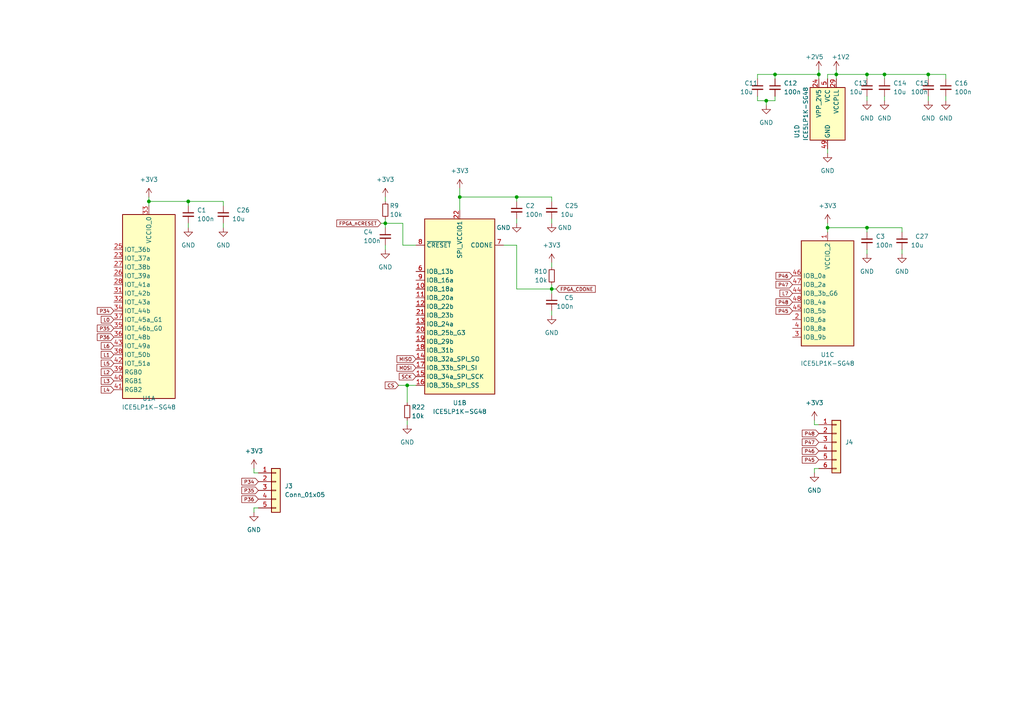
<source format=kicad_sch>
(kicad_sch (version 20211123) (generator eeschema)
  (paper "A4")
  (lib_symbols
    (symbol "Connector_Generic:Conn_01x05" (pin_names (offset 1.016) hide)
      (property "Reference" "J" (at 0 7.62 0))
      (property "Value" "Conn_01x05" (at 0 -7.62 0))
      (symbol "Conn_01x05_1_1"
        (rectangle (start -1.27 -4.953) (end 0 -5.207) (stroke (width 0.1524)))
        (rectangle (start -1.27 -2.413) (end 0 -2.667) (stroke (width 0.1524)))
        (rectangle (start -1.27 0.127) (end 0 -0.127) (stroke (width 0.1524)))
        (rectangle (start -1.27 2.667) (end 0 2.413) (stroke (width 0.1524)))
        (rectangle (start -1.27 5.207) (end 0 4.953) (stroke (width 0.1524)))
        (rectangle (start -1.27 6.35) (end 1.27 -6.35) (stroke (width 0.254)) (fill (type background)))
        (pin passive line (at -5.08 5.08 0) (length 3.81) (name "Pin_1") (number "1"))
        (pin passive line (at -5.08 2.54 0) (length 3.81) (name "Pin_2") (number "2"))
        (pin passive line (at -5.08 0 0) (length 3.81) (name "Pin_3") (number "3"))
        (pin passive line (at -5.08 -2.54 0) (length 3.81) (name "Pin_4") (number "4"))
        (pin passive line (at -5.08 -5.08 0) (length 3.81) (name "Pin_5") (number "5"))
      )
    )
    (symbol "Connector_Generic:Conn_01x06" (pin_names (offset 1.016) hide)
      (property "Reference" "J" (at 0 7.62 0))
      (property "Value" "Conn_01x06" (at 0 -10.16 0))
      (symbol "Conn_01x06_1_1"
        (rectangle (start -1.27 -7.493) (end 0 -7.747) (stroke (width 0.1524)))
        (rectangle (start -1.27 -4.953) (end 0 -5.207) (stroke (width 0.1524)))
        (rectangle (start -1.27 -2.413) (end 0 -2.667) (stroke (width 0.1524)))
        (rectangle (start -1.27 0.127) (end 0 -0.127) (stroke (width 0.1524)))
        (rectangle (start -1.27 2.667) (end 0 2.413) (stroke (width 0.1524)))
        (rectangle (start -1.27 5.207) (end 0 4.953) (stroke (width 0.1524)))
        (rectangle (start -1.27 6.35) (end 1.27 -8.89) (stroke (width 0.254)) (fill (type background)))
        (pin passive line (at -5.08 5.08 0) (length 3.81) (name "Pin_1") (number "1"))
        (pin passive line (at -5.08 2.54 0) (length 3.81) (name "Pin_2") (number "2"))
        (pin passive line (at -5.08 0 0) (length 3.81) (name "Pin_3") (number "3"))
        (pin passive line (at -5.08 -2.54 0) (length 3.81) (name "Pin_4") (number "4"))
        (pin passive line (at -5.08 -5.08 0) (length 3.81) (name "Pin_5") (number "5"))
        (pin passive line (at -5.08 -7.62 0) (length 3.81) (name "Pin_6") (number "6"))
      )
    )
    (symbol "Device:C_Small" (pin_numbers hide) (pin_names (offset 0.254) hide)
      (property "Reference" "C" (at 0.254 1.778 0))
      (property "Value" "C_Small" (at 0.254 -2.032 0))
      (symbol "C_Small_0_1"
        (polyline (pts (xy -1.524 -0.508) (xy 1.524 -0.508)) (stroke (width 0.3302)))
        (polyline (pts (xy -1.524 0.508) (xy 1.524 0.508)) (stroke (width 0.3048)))
      )
      (symbol "C_Small_1_1"
        (pin passive line (at 0 2.54 270) (length 2.032) (name "~") (number "1"))
        (pin passive line (at 0 -2.54 90) (length 2.032) (name "~") (number "2"))
      )
    )
    (symbol "Device:R_Small" (pin_numbers hide) (pin_names (offset 0.254) hide)
      (property "Reference" "R" (at 0.762 0.508 0))
      (property "Value" "R_Small" (at 0.762 -1.016 0))
      (symbol "R_Small_0_1"
        (rectangle (start -0.762 1.778) (end 0.762 -1.778) (stroke (width 0.2032)))
      )
      (symbol "R_Small_1_1"
        (pin passive line (at 0 2.54 270) (length 0.762) (name "~") (number "1"))
        (pin passive line (at 0 -2.54 90) (length 0.762) (name "~") (number "2"))
      )
    )
    (symbol "FPGA_Lattice:ICE5LP1K-SG48"
      (property "Reference" "U" (at -8.89 -29.21 0))
      (property "Value" "ICE5LP1K-SG48" (at 0 -31.75 0))
      (symbol "ICE5LP1K-SG48_1_1"
        (rectangle (start -7.62 25.4) (end 7.62 -27.94) (stroke (width 0.254)) (fill (type background)))
        (pin bidirectional line (at -10.16 12.7 0) (length 2.54) (name "IOT_37a") (number "23"))
        (pin bidirectional line (at -10.16 15.24 0) (length 2.54) (name "IOT_36b") (number "25"))
        (pin bidirectional line (at -10.16 7.62 0) (length 2.54) (name "IOT_39a") (number "26"))
        (pin bidirectional line (at -10.16 10.16 0) (length 2.54) (name "IOT_38b") (number "27"))
        (pin bidirectional line (at -10.16 5.08 0) (length 2.54) (name "IOT_41a") (number "28"))
        (pin bidirectional line (at -10.16 2.54 0) (length 2.54) (name "IOT_42b") (number "31"))
        (pin bidirectional line (at -10.16 0 0) (length 2.54) (name "IOT_43a") (number "32"))
        (pin power_in line (at 0 27.94 270) (length 2.54) (name "VCCIO_0") (number "33"))
        (pin bidirectional line (at -10.16 -2.54 0) (length 2.54) (name "IOT_44b") (number "34"))
        (pin bidirectional line (at -10.16 -7.62 0) (length 2.54) (name "IOT_46b_G0") (number "35"))
        (pin bidirectional line (at -10.16 -10.16 0) (length 2.54) (name "IOT_48b") (number "36"))
        (pin bidirectional line (at -10.16 -5.08 0) (length 2.54) (name "IOT_45a_G1") (number "37"))
        (pin bidirectional line (at -10.16 -15.24 0) (length 2.54) (name "IOT_50b") (number "38"))
        (pin open_collector line (at -10.16 -20.32 0) (length 2.54) (name "RGB0") (number "39"))
        (pin open_collector line (at -10.16 -22.86 0) (length 2.54) (name "RGB1") (number "40"))
        (pin open_collector line (at -10.16 -25.4 0) (length 2.54) (name "RGB2") (number "41"))
        (pin bidirectional line (at -10.16 -17.78 0) (length 2.54) (name "IOT_51a") (number "42"))
        (pin bidirectional line (at -10.16 -12.7 0) (length 2.54) (name "IOT_49a") (number "43"))
      )
      (symbol "ICE5LP1K-SG48_2_1"
        (rectangle (start -10.16 25.4) (end 10.16 -25.4) (stroke (width 0.254)) (fill (type background)))
        (pin bidirectional line (at -12.7 5.08 0) (length 2.54) (name "IOB_18a") (number "10"))
        (pin bidirectional line (at -12.7 2.54 0) (length 2.54) (name "IOB_20a") (number "11"))
        (pin bidirectional line (at -12.7 0 0) (length 2.54) (name "IOB_22b") (number "12"))
        (pin bidirectional line (at -12.7 -5.08 0) (length 2.54) (name "IOB_24a") (number "13"))
        (pin bidirectional line (at -12.7 -15.24 0) (length 2.54) (name "IOB_32a_SPI_SO") (number "14"))
        (pin bidirectional line (at -12.7 -20.32 0) (length 2.54) (name "IOB_34a_SPI_SCK") (number "15"))
        (pin bidirectional line (at -12.7 -22.86 0) (length 2.54) (name "IOB_35b_SPI_SS") (number "16"))
        (pin bidirectional line (at -12.7 -17.78 0) (length 2.54) (name "IOB_33b_SPI_SI") (number "17"))
        (pin bidirectional line (at -12.7 -12.7 0) (length 2.54) (name "IOB_31b") (number "18"))
        (pin bidirectional line (at -12.7 -10.16 0) (length 2.54) (name "IOB_29b") (number "19"))
        (pin bidirectional line (at -12.7 -7.62 0) (length 2.54) (name "IOB_25b_G3") (number "20"))
        (pin bidirectional line (at -12.7 -2.54 0) (length 2.54) (name "IOB_23b") (number "21"))
        (pin power_in line (at 0 27.94 270) (length 2.54) (name "SPI_VCCIO1") (number "22"))
        (pin bidirectional line (at -12.7 10.16 0) (length 2.54) (name "IOB_13b") (number "6"))
        (pin open_collector line (at 12.7 17.78 180) (length 2.54) (name "CDONE") (number "7"))
        (pin input line (at -12.7 17.78 0) (length 2.54) (name "~{CRESET}") (number "8"))
        (pin bidirectional line (at -12.7 7.62 0) (length 2.54) (name "IOB_16a") (number "9"))
      )
      (symbol "ICE5LP1K-SG48_3_1"
        (rectangle (start -7.62 15.24) (end 7.62 -15.24) (stroke (width 0.254)) (fill (type background)))
        (pin power_in line (at 0 17.78 270) (length 2.54) (name "VCCIO_2") (number "1"))
        (pin bidirectional line (at -10.16 -7.62 0) (length 2.54) (name "IOB_6a") (number "2"))
        (pin bidirectional line (at -10.16 -12.7 0) (length 2.54) (name "IOB_9b") (number "3"))
        (pin bidirectional line (at -10.16 -10.16 0) (length 2.54) (name "IOB_8a") (number "4"))
        (pin bidirectional line (at -10.16 0 0) (length 2.54) (name "IOB_3b_G6") (number "44"))
        (pin bidirectional line (at -10.16 -5.08 0) (length 2.54) (name "IOB_5b") (number "45"))
        (pin bidirectional line (at -10.16 5.08 0) (length 2.54) (name "IOB_0a") (number "46"))
        (pin bidirectional line (at -10.16 2.54 0) (length 2.54) (name "IOB_2a") (number "47"))
        (pin bidirectional line (at -10.16 -2.54 0) (length 2.54) (name "IOB_4a") (number "48"))
      )
      (symbol "ICE5LP1K-SG48_4_1"
        (rectangle (start -5.08 7.62) (end 5.08 -7.62) (stroke (width 0.254)) (fill (type background)))
        (pin power_in line (at -2.54 10.16 270) (length 2.54) (name "VPP_2V5") (number "24"))
        (pin power_out line (at 2.54 10.16 270) (length 2.54) (name "VCCPLL") (number "29"))
        (pin passive line (at 0 10.16 270) (length 2.54) hide (name "VCC") (number "30"))
        (pin power_in line (at 0 -10.16 90) (length 2.54) (name "GND") (number "49"))
        (pin power_in line (at 0 10.16 270) (length 2.54) (name "VCC") (number "5"))
      )
    )
    (symbol "power:+1V2" (power) (pin_names (offset 0))
      (property "Value" "+1V2" (at 0 3.556 0))
      (symbol "+1V2_0_1"
        (polyline (pts (xy -0.762 1.27) (xy 0 2.54)))
        (polyline (pts (xy 0 0) (xy 0 2.54)))
        (polyline (pts (xy 0 2.54) (xy 0.762 1.27)))
      )
      (symbol "+1V2_1_1"
        (pin power_in line (at 0 0 90) (length 0) hide (name "+1V2") (number "1"))
      )
    )
    (symbol "power:+2V5" (power) (pin_names (offset 0))
      (property "Value" "+2V5" (at 0 3.556 0))
      (symbol "+2V5_0_1"
        (polyline (pts (xy -0.762 1.27) (xy 0 2.54)))
        (polyline (pts (xy 0 0) (xy 0 2.54)))
        (polyline (pts (xy 0 2.54) (xy 0.762 1.27)))
      )
      (symbol "+2V5_1_1"
        (pin power_in line (at 0 0 90) (length 0) hide (name "+2V5") (number "1"))
      )
    )
    (symbol "power:+3.3V" (power) (pin_names (offset 0))
      (property "Value" "+3.3V" (at 0 3.556 0))
      (symbol "+3.3V_0_1"
        (polyline (pts (xy -0.762 1.27) (xy 0 2.54)))
        (polyline (pts (xy 0 0) (xy 0 2.54)))
        (polyline (pts (xy 0 2.54) (xy 0.762 1.27)))
      )
      (symbol "+3.3V_1_1"
        (pin power_in line (at 0 0 90) (length 0) hide (name "+3V3") (number "1"))
      )
    )
    (symbol "power:GND" (power) (pin_names (offset 0))
      (property "Value" "GND" (at 0 -3.81 0))
      (symbol "GND_0_1"
        (polyline (pts (xy 0 0) (xy 0 -1.27) (xy 1.27 -1.27) (xy 0 -2.54) (xy -1.27 -1.27) (xy 0 -1.27)))
      )
      (symbol "GND_1_1"
        (pin power_in line (at 0 0 270) (length 0) hide (name "GND") (number "1"))
      )
    )
  )
  (junction (at 160.02 83.82))
  (junction (at 118.11 111.76))
  (junction (at 237.49 21.59))
  (junction (at 222.25 29.21))
  (junction (at 251.46 66.04))
  (junction (at 224.79 21.59))
  (junction (at 240.03 66.04))
  (junction (at 251.46 21.59))
  (junction (at 149.86 57.15))
  (junction (at 54.61 58.42))
  (junction (at 256.54 21.59))
  (junction (at 43.18 58.42))
  (junction (at 269.24 21.59))
  (junction (at 133.35 57.15))
  (junction (at 242.57 21.59))
  (junction (at 111.76 64.77))
  (wire (pts (xy 251.46 21.59) (xy 242.57 21.59)))
  (wire (pts (xy 149.86 57.15) (xy 149.86 58.42)))
  (wire (pts (xy 160.02 63.5) (xy 160.02 64.77)))
  (wire (pts (xy 237.49 21.59) (xy 237.49 22.86)))
  (wire (pts (xy 133.35 54.61) (xy 133.35 57.15)))
  (wire (pts (xy 236.22 121.92) (xy 236.22 123.19)))
  (wire (pts (xy 236.22 135.89) (xy 237.49 135.89)))
  (wire (pts (xy 73.66 147.32) (xy 73.66 148.59)))
  (wire (pts (xy 256.54 22.86) (xy 256.54 21.59)))
  (wire (pts (xy 222.25 29.21) (xy 222.25 30.48)))
  (wire (pts (xy 251.46 27.94) (xy 251.46 29.21)))
  (wire (pts (xy 110.49 64.77) (xy 111.76 64.77)))
  (wire (pts (xy 111.76 57.15) (xy 111.76 58.42)))
  (wire (pts (xy 274.32 21.59) (xy 269.24 21.59)))
  (wire (pts (xy 160.02 85.09) (xy 160.02 83.82)))
  (wire (pts (xy 54.61 64.77) (xy 54.61 66.04)))
  (wire (pts (xy 111.76 71.12) (xy 111.76 72.39)))
  (wire (pts (xy 64.77 58.42) (xy 54.61 58.42)))
  (wire (pts (xy 219.71 27.94) (xy 219.71 29.21)))
  (wire (pts (xy 54.61 58.42) (xy 54.61 59.69)))
  (wire (pts (xy 224.79 21.59) (xy 237.49 21.59)))
  (wire (pts (xy 242.57 21.59) (xy 242.57 22.86)))
  (wire (pts (xy 115.57 111.76) (xy 118.11 111.76)))
  (wire (pts (xy 133.35 57.15) (xy 149.86 57.15)))
  (wire (pts (xy 116.84 71.12) (xy 120.65 71.12)))
  (wire (pts (xy 118.11 111.76) (xy 120.65 111.76)))
  (wire (pts (xy 256.54 27.94) (xy 256.54 29.21)))
  (wire (pts (xy 269.24 22.86) (xy 269.24 21.59)))
  (wire (pts (xy 240.03 22.86) (xy 240.03 21.59)))
  (wire (pts (xy 274.32 22.86) (xy 274.32 21.59)))
  (wire (pts (xy 73.66 135.89) (xy 73.66 137.16)))
  (wire (pts (xy 236.22 137.16) (xy 236.22 135.89)))
  (wire (pts (xy 149.86 83.82) (xy 160.02 83.82)))
  (wire (pts (xy 224.79 27.94) (xy 224.79 29.21)))
  (wire (pts (xy 146.05 71.12) (xy 149.86 71.12)))
  (wire (pts (xy 251.46 66.04) (xy 251.46 67.31)))
  (wire (pts (xy 237.49 20.32) (xy 237.49 21.59)))
  (wire (pts (xy 240.03 66.04) (xy 251.46 66.04)))
  (wire (pts (xy 160.02 90.17) (xy 160.02 91.44)))
  (wire (pts (xy 149.86 71.12) (xy 149.86 83.82)))
  (wire (pts (xy 111.76 63.5) (xy 111.76 64.77)))
  (wire (pts (xy 240.03 64.77) (xy 240.03 66.04)))
  (wire (pts (xy 219.71 22.86) (xy 219.71 21.59)))
  (wire (pts (xy 261.62 66.04) (xy 251.46 66.04)))
  (wire (pts (xy 73.66 137.16) (xy 74.93 137.16)))
  (wire (pts (xy 219.71 29.21) (xy 222.25 29.21)))
  (wire (pts (xy 251.46 21.59) (xy 256.54 21.59)))
  (wire (pts (xy 74.93 147.32) (xy 73.66 147.32)))
  (wire (pts (xy 160.02 57.15) (xy 149.86 57.15)))
  (wire (pts (xy 118.11 121.92) (xy 118.11 123.19)))
  (wire (pts (xy 161.29 83.82) (xy 160.02 83.82)))
  (wire (pts (xy 116.84 64.77) (xy 116.84 71.12)))
  (wire (pts (xy 261.62 72.39) (xy 261.62 73.66)))
  (wire (pts (xy 269.24 27.94) (xy 269.24 29.21)))
  (wire (pts (xy 224.79 22.86) (xy 224.79 21.59)))
  (wire (pts (xy 149.86 63.5) (xy 149.86 64.77)))
  (wire (pts (xy 160.02 58.42) (xy 160.02 57.15)))
  (wire (pts (xy 160.02 82.55) (xy 160.02 83.82)))
  (wire (pts (xy 43.18 58.42) (xy 54.61 58.42)))
  (wire (pts (xy 240.03 21.59) (xy 242.57 21.59)))
  (wire (pts (xy 160.02 76.2) (xy 160.02 77.47)))
  (wire (pts (xy 118.11 111.76) (xy 118.11 116.84)))
  (wire (pts (xy 251.46 72.39) (xy 251.46 73.66)))
  (wire (pts (xy 133.35 57.15) (xy 133.35 60.96)))
  (wire (pts (xy 251.46 22.86) (xy 251.46 21.59)))
  (wire (pts (xy 261.62 67.31) (xy 261.62 66.04)))
  (wire (pts (xy 236.22 123.19) (xy 237.49 123.19)))
  (wire (pts (xy 43.18 58.42) (xy 43.18 59.69)))
  (wire (pts (xy 64.77 59.69) (xy 64.77 58.42)))
  (wire (pts (xy 111.76 66.04) (xy 111.76 64.77)))
  (wire (pts (xy 224.79 29.21) (xy 222.25 29.21)))
  (wire (pts (xy 240.03 43.18) (xy 240.03 44.45)))
  (wire (pts (xy 240.03 66.04) (xy 240.03 67.31)))
  (wire (pts (xy 64.77 64.77) (xy 64.77 66.04)))
  (wire (pts (xy 269.24 21.59) (xy 256.54 21.59)))
  (wire (pts (xy 43.18 57.15) (xy 43.18 58.42)))
  (wire (pts (xy 219.71 21.59) (xy 224.79 21.59)))
  (wire (pts (xy 274.32 27.94) (xy 274.32 29.21)))
  (wire (pts (xy 111.76 64.77) (xy 116.84 64.77)))
  (wire (pts (xy 242.57 21.59) (xy 242.57 20.32)))
  (global_label "L4" (shape input) (at 33.02 113.03 180) (effects (font (size 1 1))) (property "Intersheet References" "${INTERSHEET_REFS}" (effects hide)))
  (global_label "FPGA_nCRESET" (shape input) (at 110.49 64.77 180) (effects (font (size 1 1))) (property "Intersheet References" "${INTERSHEET_REFS}" (effects hide)))
  (global_label "P35" (shape input) (at 74.93 142.24 180) (effects (font (size 1 1))) (property "Intersheet References" "${INTERSHEET_REFS}" (effects hide)))
  (global_label "MISO" (shape input) (at 120.65 104.14 180) (effects (font (size 1 1))) (property "Intersheet References" "${INTERSHEET_REFS}" (effects hide)))
  (global_label "P35" (shape input) (at 33.02 95.25 180) (effects (font (size 1 1))) (property "Intersheet References" "${INTERSHEET_REFS}" (effects hide)))
  (global_label "P45" (shape input) (at 237.49 133.35 180) (effects (font (size 1 1))) (property "Intersheet References" "${INTERSHEET_REFS}" (effects hide)))
  (global_label "P34" (shape input) (at 33.02 90.17 180) (effects (font (size 1 1))) (property "Intersheet References" "${INTERSHEET_REFS}" (effects hide)))
  (global_label "P36" (shape input) (at 33.02 97.79 180) (effects (font (size 1 1))) (property "Intersheet References" "${INTERSHEET_REFS}" (effects hide)))
  (global_label "P36" (shape input) (at 74.93 144.78 180) (effects (font (size 1 1))) (property "Intersheet References" "${INTERSHEET_REFS}" (effects hide)))
  (global_label "P46" (shape input) (at 237.49 130.81 180) (effects (font (size 1 1))) (property "Intersheet References" "${INTERSHEET_REFS}" (effects hide)))
  (global_label "P34" (shape input) (at 74.93 139.7 180) (effects (font (size 1 1))) (property "Intersheet References" "${INTERSHEET_REFS}" (effects hide)))
  (global_label "L7" (shape input) (at 229.87 85.09 180) (effects (font (size 1 1))) (property "Intersheet References" "${INTERSHEET_REFS}" (effects hide)))
  (global_label "P45" (shape input) (at 229.87 90.17 180) (effects (font (size 1 1))) (property "Intersheet References" "${INTERSHEET_REFS}" (effects hide)))
  (global_label "L6" (shape input) (at 33.02 100.33 180) (effects (font (size 1 1))) (property "Intersheet References" "${INTERSHEET_REFS}" (effects hide)))
  (global_label "L1" (shape input) (at 33.02 102.87 180) (effects (font (size 1 1))) (property "Intersheet References" "${INTERSHEET_REFS}" (effects hide)))
  (global_label "P48" (shape input) (at 229.87 87.63 180) (effects (font (size 1 1))) (property "Intersheet References" "${INTERSHEET_REFS}" (effects hide)))
  (global_label "L5" (shape input) (at 33.02 105.41 180) (effects (font (size 1 1))) (property "Intersheet References" "${INTERSHEET_REFS}" (effects hide)))
  (global_label "L0" (shape input) (at 33.02 92.71 180) (effects (font (size 1 1))) (property "Intersheet References" "${INTERSHEET_REFS}" (effects hide)))
  (global_label "FPGA_CDONE" (shape input) (at 161.29 83.82 0) (effects (font (size 1 1))) (property "Intersheet References" "${INTERSHEET_REFS}" (effects hide)))
  (global_label "P47" (shape input) (at 229.87 82.55 180) (effects (font (size 1 1))) (property "Intersheet References" "${INTERSHEET_REFS}" (effects hide)))
  (global_label "L3" (shape input) (at 33.02 110.49 180) (effects (font (size 1 1))) (property "Intersheet References" "${INTERSHEET_REFS}" (effects hide)))
  (global_label "P48" (shape input) (at 237.49 125.73 180) (effects (font (size 1 1))) (property "Intersheet References" "${INTERSHEET_REFS}" (effects hide)))
  (global_label "CS" (shape input) (at 115.57 111.76 180) (effects (font (size 1 1))) (property "Intersheet References" "${INTERSHEET_REFS}" (effects hide)))
  (global_label "P46" (shape input) (at 229.87 80.01 180) (effects (font (size 1 1))) (property "Intersheet References" "${INTERSHEET_REFS}" (effects hide)))
  (global_label "P47" (shape input) (at 237.49 128.27 180) (effects (font (size 1 1))) (property "Intersheet References" "${INTERSHEET_REFS}" (effects hide)))
  (global_label "MOSI" (shape input) (at 120.65 106.68 180) (effects (font (size 1 1))) (property "Intersheet References" "${INTERSHEET_REFS}" (effects hide)))
  (global_label "L2" (shape input) (at 33.02 107.95 180) (effects (font (size 1 1))) (property "Intersheet References" "${INTERSHEET_REFS}" (effects hide)))
  (global_label "SCK" (shape input) (at 120.65 109.22 180) (effects (font (size 1 1))) (property "Intersheet References" "${INTERSHEET_REFS}" (effects hide)))
  (symbol (lib_id "Device:C_Small") (at 54.61 62.23 0) (unit 1)
    (property "Reference" "C1" (at 57.15 60.9662 0) (effects (justify left)))
    (property "Value" "100n" (at 57.15 63.5062 0) (effects (justify left)))
    (property "Footprint" "Capacitor_SMD:C_0603_1608Metric_Pad1.08x0.95mm_HandSolder" (effects hide))
  )
  (symbol (lib_id "Device:C_Small") (at 149.86 60.96 0) (unit 1)
    (property "Reference" "C2" (at 152.4 59.6962 0) (effects (justify left)))
    (property "Value" "100n" (at 152.4 62.2362 0) (effects (justify left)))
    (property "Footprint" "Capacitor_SMD:C_0603_1608Metric_Pad1.08x0.95mm_HandSolder" (effects hide))
  )
  (symbol (lib_id "Device:C_Small") (at 256.54 25.4 0) (unit 1)
    (property "Reference" "C14" (at 259.08 24.13 0) (effects (justify left)))
    (property "Value" "10u" (at 259.08 26.67 0) (effects (justify left)))
    (property "Footprint" "Capacitor_SMD:C_0603_1608Metric_Pad1.08x0.95mm_HandSolder" (effects hide))
  )
  (symbol (lib_id "Device:C_Small") (at 64.77 62.23 0) (unit 1)
    (property "Reference" "C26" (at 68.58 60.96 0) (effects (justify left)))
    (property "Value" "10u" (at 67.31 63.5 0) (effects (justify left)))
    (property "Footprint" "Capacitor_SMD:C_0603_1608Metric_Pad1.08x0.95mm_HandSolder" (effects hide))
  )
  (symbol (lib_id "Device:C_Small") (at 261.62 69.85 0) (unit 1)
    (property "Reference" "C27" (at 265.43 68.58 0) (effects (justify left)))
    (property "Value" "10u" (at 264.16 71.12 0) (effects (justify left)))
    (property "Footprint" "Capacitor_SMD:C_0603_1608Metric_Pad1.08x0.95mm_HandSolder" (effects hide))
  )
  (symbol (lib_id "Device:C_Small") (at 219.71 25.4 0) (unit 1)
    (property "Reference" "C11" (at 215.9 24.13 0) (effects (justify left)))
    (property "Value" "10u" (at 214.63 26.67 0) (effects (justify left)))
    (property "Footprint" "Capacitor_SMD:C_0603_1608Metric_Pad1.08x0.95mm_HandSolder" (effects hide))
  )
  (symbol (lib_id "power:GND") (at 64.77 66.04 0) (unit 1)
    (property "Reference" "#PWR0169" (effects hide))
    (property "Value" "GND" (at 64.77 71.12 0))
  )
  (symbol (lib_id "power:+3.3V") (at 160.02 76.2 0) (mirror y) (unit 1)
    (property "Reference" "#PWR0122" (effects hide))
    (property "Value" "+3.3V" (at 160.02 71.12 0))
  )
  (symbol (lib_id "Device:R_Small") (at 160.02 80.01 0) (mirror y) (unit 1)
    (property "Reference" "R10" (at 158.75 78.74 0) (effects (justify left)))
    (property "Value" "10k" (at 158.75 81.28 0) (effects (justify left)))
    (property "Footprint" "Resistor_SMD:R_0603_1608Metric_Pad0.98x0.95mm_HandSolder" (effects hide))
  )
  (symbol (lib_id "FPGA_Lattice:ICE5LP1K-SG48") (at 240.03 85.09 0) (unit 3)
    (property "Reference" "U1" (at 240.03 102.87 0))
    (property "Value" "ICE5LP1K-SG48" (at 240.03 105.41 0))
    (property "Footprint" "Package_DFN_QFN:QFN-48-1EP_7x7mm_P0.5mm_EP5.6x5.6mm" (effects hide))
    (property "Datasheet" "http://www.latticesemi.com/Products/FPGAandCPLD/iCE40Ultra" (effects hide))
  )
  (symbol (lib_id "power:GND") (at 269.24 29.21 0) (unit 1)
    (property "Reference" "#PWR0110" (effects hide))
    (property "Value" "GND" (at 269.24 34.29 0))
  )
  (symbol (lib_id "power:GND") (at 251.46 29.21 0) (unit 1)
    (property "Reference" "#PWR0106" (effects hide))
    (property "Value" "GND" (at 251.46 34.29 0))
  )
  (symbol (lib_id "power:GND") (at 54.61 66.04 0) (unit 1)
    (property "Reference" "#PWR0113" (effects hide))
    (property "Value" "GND" (at 54.61 71.12 0))
  )
  (symbol (lib_id "power:GND") (at 73.66 148.59 0) (unit 1)
    (property "Reference" "#PWR0161" (effects hide))
    (property "Value" "GND" (at 73.66 153.67 0))
  )
  (symbol (lib_id "Device:C_Small") (at 160.02 87.63 0) (mirror y) (unit 1)
    (property "Reference" "C5" (at 166.37 86.36 0) (effects (justify left)))
    (property "Value" "100n" (at 166.37 88.9 0) (effects (justify left)))
    (property "Footprint" "Capacitor_SMD:C_0603_1608Metric_Pad1.08x0.95mm_HandSolder" (effects hide))
  )
  (symbol (lib_id "power:GND") (at 261.62 73.66 0) (unit 1)
    (property "Reference" "#PWR0170" (effects hide))
    (property "Value" "GND" (at 261.62 78.74 0))
  )
  (symbol (lib_id "Connector_Generic:Conn_01x06") (at 242.57 128.27 0) (unit 1)
    (property "Reference" "J4" (at 245.11 128.2699 0) (effects (justify left)))
  )
  (symbol (lib_id "power:GND") (at 256.54 29.21 0) (unit 1)
    (property "Reference" "#PWR0109" (effects hide))
    (property "Value" "GND" (at 256.54 34.29 0))
  )
  (symbol (lib_id "power:GND") (at 251.46 73.66 0) (unit 1)
    (property "Reference" "#PWR0114" (effects hide))
    (property "Value" "GND" (at 251.46 78.74 0))
  )
  (symbol (lib_id "power:GND") (at 149.86 64.77 0) (unit 1)
    (property "Reference" "#PWR0104" (effects hide))
    (property "Value" "GND" (at 146.05 66.04 0))
  )
  (symbol (lib_id "Device:C_Small") (at 251.46 69.85 0) (unit 1)
    (property "Reference" "C3" (at 254 68.5862 0) (effects (justify left)))
    (property "Value" "100n" (at 254 71.1262 0) (effects (justify left)))
    (property "Footprint" "Capacitor_SMD:C_0603_1608Metric_Pad1.08x0.95mm_HandSolder" (effects hide))
  )
  (symbol (lib_id "power:GND") (at 118.11 123.19 0) (mirror y) (unit 1)
    (property "Reference" "#PWR0162" (effects hide))
    (property "Value" "GND" (at 118.11 128.27 0))
  )
  (symbol (lib_id "FPGA_Lattice:ICE5LP1K-SG48") (at 240.03 33.02 0) (unit 4)
    (property "Reference" "U1" (at 231.14 38.1 90))
    (property "Value" "ICE5LP1K-SG48" (at 233.68 33.02 90))
    (property "Footprint" "Package_DFN_QFN:QFN-48-1EP_7x7mm_P0.5mm_EP5.6x5.6mm" (effects hide))
    (property "Datasheet" "http://www.latticesemi.com/Products/FPGAandCPLD/iCE40Ultra" (effects hide))
  )
  (symbol (lib_id "power:+2V5") (at 237.49 20.32 0) (unit 1)
    (property "Reference" "#PWR0108" (effects hide))
    (property "Value" "+2V5" (at 236.22 16.51 0))
  )
  (symbol (lib_id "Device:C_Small") (at 269.24 25.4 0) (unit 1)
    (property "Reference" "C15" (at 265.43 24.13 0) (effects (justify left)))
    (property "Value" "100n" (at 264.16 26.67 0) (effects (justify left)))
    (property "Footprint" "Capacitor_SMD:C_0603_1608Metric_Pad1.08x0.95mm_HandSolder" (effects hide))
  )
  (symbol (lib_id "power:+1V2") (at 242.57 20.32 0) (unit 1)
    (property "Reference" "#PWR0107" (effects hide))
    (property "Value" "+1V2" (at 243.84 16.51 0))
  )
  (symbol (lib_id "Device:R_Small") (at 118.11 119.38 0) (unit 1)
    (property "Reference" "R22" (at 119.38 118.11 0) (effects (justify left)))
    (property "Value" "10k" (at 119.38 120.65 0) (effects (justify left)))
    (property "Footprint" "Resistor_SMD:R_0603_1608Metric_Pad0.98x0.95mm_HandSolder" (effects hide))
  )
  (symbol (lib_id "Device:C_Small") (at 160.02 60.96 0) (unit 1)
    (property "Reference" "C25" (at 163.83 59.69 0) (effects (justify left)))
    (property "Value" "10u" (at 162.56 62.23 0) (effects (justify left)))
    (property "Footprint" "Capacitor_SMD:C_0603_1608Metric_Pad1.08x0.95mm_HandSolder" (effects hide))
  )
  (symbol (lib_id "power:+3.3V") (at 240.03 64.77 0) (unit 1)
    (property "Reference" "#PWR0118" (effects hide))
    (property "Value" "+3.3V" (at 240.03 59.69 0))
  )
  (symbol (lib_id "power:+3.3V") (at 133.35 54.61 0) (unit 1)
    (property "Reference" "#PWR0103" (effects hide))
    (property "Value" "+3.3V" (at 133.35 49.53 0))
  )
  (symbol (lib_id "power:GND") (at 222.25 30.48 0) (unit 1)
    (property "Reference" "#PWR0105" (effects hide))
    (property "Value" "GND" (at 222.25 35.56 0))
  )
  (symbol (lib_id "power:GND") (at 160.02 64.77 0) (unit 1)
    (property "Reference" "#PWR0168" (effects hide))
    (property "Value" "GND" (at 163.83 66.04 0))
  )
  (symbol (lib_id "power:GND") (at 111.76 72.39 0) (unit 1)
    (property "Reference" "#PWR0124" (effects hide))
    (property "Value" "GND" (at 111.76 77.47 0))
  )
  (symbol (lib_id "FPGA_Lattice:ICE5LP1K-SG48") (at 133.35 88.9 0) (unit 2)
    (property "Reference" "U1" (at 133.35 116.84 0))
    (property "Value" "ICE5LP1K-SG48" (at 133.35 119.38 0))
    (property "Footprint" "Package_DFN_QFN:QFN-48-1EP_7x7mm_P0.5mm_EP5.6x5.6mm" (effects hide))
    (property "Datasheet" "http://www.latticesemi.com/Products/FPGAandCPLD/iCE40Ultra" (effects hide))
  )
  (symbol (lib_id "Connector_Generic:Conn_01x05") (at 80.01 142.24 0) (unit 1)
    (property "Reference" "J3" (at 82.55 140.9699 0) (effects (justify left)))
    (property "Value" "Conn_01x05" (at 82.55 143.5099 0) (effects (justify left)))
    (property "Footprint" "Connector_PinHeader_2.54mm:PinHeader_1x05_P2.54mm_Vertical" (effects hide))
  )
  (symbol (lib_id "power:+3.3V") (at 73.66 135.89 0) (unit 1)
    (property "Reference" "#PWR0123" (effects hide))
    (property "Value" "+3.3V" (at 73.66 130.81 0))
  )
  (symbol (lib_id "power:+3.3V") (at 43.18 57.15 0) (unit 1)
    (property "Reference" "#PWR0102" (effects hide))
    (property "Value" "+3.3V" (at 43.18 52.07 0))
  )
  (symbol (lib_id "power:GND") (at 160.02 91.44 0) (mirror y) (unit 1)
    (property "Reference" "#PWR0121" (effects hide))
    (property "Value" "GND" (at 160.02 96.52 0))
  )
  (symbol (lib_id "Device:C_Small") (at 111.76 68.58 0) (unit 1)
    (property "Reference" "C4" (at 105.41 67.31 0) (effects (justify left)))
    (property "Value" "100n" (at 105.41 69.85 0) (effects (justify left)))
    (property "Footprint" "Capacitor_SMD:C_0603_1608Metric_Pad1.08x0.95mm_HandSolder" (effects hide))
  )
  (symbol (lib_id "power:+3.3V") (at 111.76 57.15 0) (unit 1)
    (property "Reference" "#PWR0125" (effects hide))
    (property "Value" "+3.3V" (at 111.76 52.07 0))
  )
  (symbol (lib_id "power:GND") (at 240.03 44.45 0) (unit 1)
    (property "Reference" "#PWR0111" (effects hide))
    (property "Value" "GND" (at 240.03 49.53 0))
  )
  (symbol (lib_id "FPGA_Lattice:ICE5LP1K-SG48") (at 43.18 87.63 0) (unit 1)
    (property "Reference" "U1" (at 43.18 115.57 0))
    (property "Value" "ICE5LP1K-SG48" (at 43.18 118.11 0))
    (property "Footprint" "Package_DFN_QFN:QFN-48-1EP_7x7mm_P0.5mm_EP5.6x5.6mm" (effects hide))
    (property "Datasheet" "http://www.latticesemi.com/Products/FPGAandCPLD/iCE40Ultra" (effects hide))
  )
  (symbol (lib_id "power:+3.3V") (at 236.22 121.92 0) (unit 1)
    (property "Reference" "#PWR0171" (effects hide))
    (property "Value" "+3.3V" (at 236.22 116.84 0))
  )
  (symbol (lib_id "power:GND") (at 274.32 29.21 0) (unit 1)
    (property "Reference" "#PWR0112" (effects hide))
    (property "Value" "GND" (at 274.32 34.29 0))
  )
  (symbol (lib_id "power:GND") (at 236.22 137.16 0) (unit 1)
    (property "Reference" "#PWR0172" (effects hide))
    (property "Value" "GND" (at 236.22 142.24 0))
  )
  (symbol (lib_id "Device:C_Small") (at 224.79 25.4 0) (unit 1)
    (property "Reference" "C12" (at 227.33 24.1362 0) (effects (justify left)))
    (property "Value" "100n" (at 227.33 26.6762 0) (effects (justify left)))
    (property "Footprint" "Capacitor_SMD:C_0603_1608Metric_Pad1.08x0.95mm_HandSolder" (effects hide))
  )
  (symbol (lib_id "Device:C_Small") (at 274.32 25.4 0) (unit 1)
    (property "Reference" "C16" (at 276.86 24.1362 0) (effects (justify left)))
    (property "Value" "100n" (at 276.86 26.6762 0) (effects (justify left)))
    (property "Footprint" "Capacitor_SMD:C_0603_1608Metric_Pad1.08x0.95mm_HandSolder" (effects hide))
  )
  (symbol (lib_id "Device:R_Small") (at 111.76 60.96 0) (unit 1)
    (property "Reference" "R9" (at 113.03 59.69 0) (effects (justify left)))
    (property "Value" "10k" (at 113.03 62.23 0) (effects (justify left)))
    (property "Footprint" "Resistor_SMD:R_0603_1608Metric_Pad0.98x0.95mm_HandSolder" (effects hide))
  )
  (symbol (lib_id "Device:C_Small") (at 251.46 25.4 0) (unit 1)
    (property "Reference" "C13" (at 247.65 24.13 0) (effects (justify left)))
    (property "Value" "10u" (at 246.38 26.67 0) (effects (justify left)))
    (property "Footprint" "Capacitor_SMD:C_0603_1608Metric_Pad1.08x0.95mm_HandSolder" (effects hide))
  )
)
</source>
